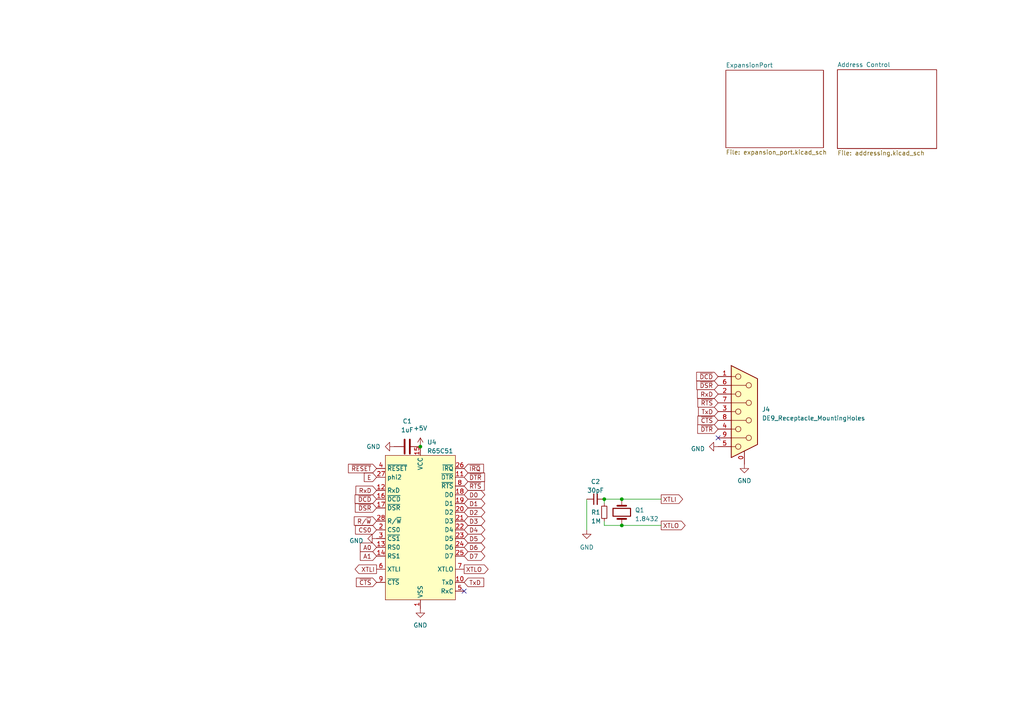
<source format=kicad_sch>
(kicad_sch (version 20230121) (generator eeschema)
  (paper "A4")
  (lib_symbols
    (symbol "Connector:DE9_Receptacle_MountingHoles" (pin_names (offset 1.016) hide)
      (property "Reference" "J" (at 0 16.51 0))
      (property "Value" "DE9_Receptacle_MountingHoles" (at 0 14.605 0))
      (symbol "DE9_Receptacle_MountingHoles_0_1"
        (circle (center -1.778 -10.16) (radius 0.762))
        (circle (center -1.778 -5.08) (radius 0.762))
        (circle (center -1.778 0) (radius 0.762))
        (circle (center -1.778 5.08) (radius 0.762))
        (circle (center -1.778 10.16) (radius 0.762))
        (polyline (pts (xy -3.81 -10.16) (xy -2.54 -10.16)))
        (polyline (pts (xy -3.81 -7.62) (xy 0.508 -7.62)))
        (polyline (pts (xy -3.81 -5.08) (xy -2.54 -5.08)))
        (polyline (pts (xy -3.81 -2.54) (xy 0.508 -2.54)))
        (polyline (pts (xy -3.81 0) (xy -2.54 0)))
        (polyline (pts (xy -3.81 2.54) (xy 0.508 2.54)))
        (polyline (pts (xy -3.81 5.08) (xy -2.54 5.08)))
        (polyline (pts (xy -3.81 7.62) (xy 0.508 7.62)))
        (polyline (pts (xy -3.81 10.16) (xy -2.54 10.16)))
        (polyline (pts (xy -3.81 13.335) (xy -3.81 -13.335) (xy 3.81 -9.525) (xy 3.81 9.525) (xy -3.81 13.335)) (stroke (width 0.254)) (fill (type background)))
        (circle (center 1.27 -7.62) (radius 0.762))
        (circle (center 1.27 -2.54) (radius 0.762))
        (circle (center 1.27 2.54) (radius 0.762))
        (circle (center 1.27 7.62) (radius 0.762))
      )
      (symbol "DE9_Receptacle_MountingHoles_1_1"
        (pin passive line (at 0 -15.24 90) (length 3.81) (name "PAD") (number "0"))
        (pin passive line (at -7.62 10.16 0) (length 3.81) (name "1") (number "1"))
        (pin passive line (at -7.62 5.08 0) (length 3.81) (name "2") (number "2"))
        (pin passive line (at -7.62 0 0) (length 3.81) (name "3") (number "3"))
        (pin passive line (at -7.62 -5.08 0) (length 3.81) (name "4") (number "4"))
        (pin passive line (at -7.62 -10.16 0) (length 3.81) (name "5") (number "5"))
        (pin passive line (at -7.62 7.62 0) (length 3.81) (name "6") (number "6"))
        (pin passive line (at -7.62 2.54 0) (length 3.81) (name "7") (number "7"))
        (pin passive line (at -7.62 -2.54 0) (length 3.81) (name "8") (number "8"))
        (pin passive line (at -7.62 -7.62 0) (length 3.81) (name "9") (number "9"))
      )
    )
    (symbol "Device:C" (pin_numbers hide) (pin_names (offset 0.254))
      (property "Reference" "C" (at 0.635 2.54 0))
      (property "Value" "C" (at 0.635 -2.54 0))
      (symbol "C_0_1"
        (polyline (pts (xy -2.032 -0.762) (xy 2.032 -0.762)) (stroke (width 0.508)))
        (polyline (pts (xy -2.032 0.762) (xy 2.032 0.762)) (stroke (width 0.508)))
      )
      (symbol "C_1_1"
        (pin passive line (at 0 3.81 270) (length 2.794) (name "~") (number "1"))
        (pin passive line (at 0 -3.81 90) (length 2.794) (name "~") (number "2"))
      )
    )
    (symbol "Device:C_Small" (pin_numbers hide) (pin_names (offset 0.254) hide)
      (property "Reference" "C" (at 0.254 1.778 0))
      (property "Value" "C_Small" (at 0.254 -2.032 0))
      (symbol "C_Small_0_1"
        (polyline (pts (xy -1.524 -0.508) (xy 1.524 -0.508)) (stroke (width 0.3302)))
        (polyline (pts (xy -1.524 0.508) (xy 1.524 0.508)) (stroke (width 0.3048)))
      )
      (symbol "C_Small_1_1"
        (pin passive line (at 0 2.54 270) (length 2.032) (name "~") (number "1"))
        (pin passive line (at 0 -2.54 90) (length 2.032) (name "~") (number "2"))
      )
    )
    (symbol "Device:Crystal" (pin_numbers hide) (pin_names (offset 1.016) hide)
      (property "Reference" "Y" (at 0 3.81 0))
      (property "Value" "Crystal" (at 0 -3.81 0))
      (symbol "Crystal_0_1"
        (rectangle (start -1.143 2.54) (end 1.143 -2.54) (stroke (width 0.3048)))
        (polyline (pts (xy -2.54 0) (xy -1.905 0)))
        (polyline (pts (xy -1.905 -1.27) (xy -1.905 1.27)) (stroke (width 0.508)))
        (polyline (pts (xy 1.905 -1.27) (xy 1.905 1.27)) (stroke (width 0.508)))
        (polyline (pts (xy 2.54 0) (xy 1.905 0)))
      )
      (symbol "Crystal_1_1"
        (pin passive line (at -3.81 0 0) (length 1.27) (name "1") (number "1"))
        (pin passive line (at 3.81 0 180) (length 1.27) (name "2") (number "2"))
      )
    )
    (symbol "Device:R_Small" (pin_numbers hide) (pin_names (offset 0.254) hide)
      (property "Reference" "R" (at 0.762 0.508 0))
      (property "Value" "R_Small" (at 0.762 -1.016 0))
      (symbol "R_Small_0_1"
        (rectangle (start -0.762 1.778) (end 0.762 -1.778) (stroke (width 0.2032)))
      )
      (symbol "R_Small_1_1"
        (pin passive line (at 0 2.54 270) (length 0.762) (name "~") (number "1"))
        (pin passive line (at 0 -2.54 90) (length 0.762) (name "~") (number "2"))
      )
    )
    (symbol "Motorola PIA:R65C51"
      (property "Reference" "U" (at 0 -5.08 0))
      (property "Value" "R65C51" (at 0 -7.62 0))
      (symbol "R65C51_0_1"
        (rectangle (start -10.16 21.59) (end 10.16 -20.32) (fill (type background)))
      )
      (symbol "R65C51_1_1"
        (pin power_in line (at 0 -22.86 90) (length 2.54) (name "VSS") (number "1"))
        (pin output line (at 12.7 -15.24 180) (length 2.54) (name "TxD") (number "10"))
        (pin output line (at 12.7 15.24 180) (length 2.54) (name "~{DTR}") (number "11"))
        (pin input line (at -12.7 11.43 0) (length 2.54) (name "RxD") (number "12"))
        (pin input line (at -12.7 -5.08 0) (length 2.54) (name "RS0") (number "13"))
        (pin input line (at -12.7 -7.62 0) (length 2.54) (name "RS1") (number "14"))
        (pin power_in line (at 0 24.13 270) (length 2.54) (name "VCC") (number "15"))
        (pin input line (at -12.7 8.89 0) (length 2.54) (name "~{DCD}") (number "16"))
        (pin input line (at -12.7 6.35 0) (length 2.54) (name "~{DSR}") (number "17"))
        (pin bidirectional line (at 12.7 10.16 180) (length 2.54) (name "D0") (number "18"))
        (pin bidirectional line (at 12.7 7.62 180) (length 2.54) (name "D1") (number "19"))
        (pin input line (at -12.7 0 0) (length 2.54) (name "CS0") (number "2"))
        (pin bidirectional line (at 12.7 5.08 180) (length 2.54) (name "D2") (number "20"))
        (pin bidirectional line (at 12.7 2.54 180) (length 2.54) (name "D3") (number "21"))
        (pin bidirectional line (at 12.7 0 180) (length 2.54) (name "D4") (number "22"))
        (pin bidirectional line (at 12.7 -2.54 180) (length 2.54) (name "D5") (number "23"))
        (pin bidirectional line (at 12.7 -5.08 180) (length 2.54) (name "D6") (number "24"))
        (pin bidirectional line (at 12.7 -7.62 180) (length 2.54) (name "D7") (number "25"))
        (pin output line (at 12.7 17.78 180) (length 2.54) (name "~{IRQ}") (number "26"))
        (pin input line (at -12.7 15.24 0) (length 2.54) (name "phi2") (number "27"))
        (pin input line (at -12.7 2.54 0) (length 2.54) (name "R/~{W}") (number "28"))
        (pin input line (at -12.7 -2.54 0) (length 2.54) (name "~{CS1}") (number "3"))
        (pin input line (at -12.7 17.78 0) (length 2.54) (name "~{RESET}") (number "4"))
        (pin bidirectional line (at 12.7 -17.78 180) (length 2.54) (name "RxC") (number "5"))
        (pin input line (at -12.7 -11.43 0) (length 2.54) (name "XTLI") (number "6"))
        (pin output line (at 12.7 -11.43 180) (length 2.54) (name "XTLO") (number "7"))
        (pin output line (at 12.7 12.7 180) (length 2.54) (name "~{RTS}") (number "8"))
        (pin input line (at -12.7 -15.24 0) (length 2.54) (name "~{CTS}") (number "9"))
      )
    )
    (symbol "power:+5V" (power) (pin_names (offset 0))
      (property "Value" "+5V" (at 0 3.556 0))
      (symbol "+5V_0_1"
        (polyline (pts (xy -0.762 1.27) (xy 0 2.54)))
        (polyline (pts (xy 0 0) (xy 0 2.54)))
        (polyline (pts (xy 0 2.54) (xy 0.762 1.27)))
      )
      (symbol "+5V_1_1"
        (pin power_in line (at 0 0 90) (length 0) hide (name "+5V") (number "1"))
      )
    )
    (symbol "power:GND" (power) (pin_names (offset 0))
      (property "Value" "GND" (at 0 -3.81 0))
      (symbol "GND_0_1"
        (polyline (pts (xy 0 0) (xy 0 -1.27) (xy 1.27 -1.27) (xy 0 -2.54) (xy -1.27 -1.27) (xy 0 -1.27)))
      )
      (symbol "GND_1_1"
        (pin power_in line (at 0 0 270) (length 0) hide (name "GND") (number "1"))
      )
    )
  )
  (junction (at 121.92 129.54))
  (junction (at 180.34 144.78))
  (junction (at 175.26 144.78))
  (junction (at 180.34 152.4))
  (no_connect (at 134.62 171.45))
  (no_connect (at 208.28 127))
  (wire (pts (xy 175.26 152.4) (xy 180.34 152.4)))
  (wire (pts (xy 191.77 144.78) (xy 180.34 144.78)))
  (wire (pts (xy 175.26 151.13) (xy 175.26 152.4)))
  (wire (pts (xy 191.77 152.4) (xy 180.34 152.4)))
  (wire (pts (xy 170.18 144.78) (xy 170.18 153.67)))
  (wire (pts (xy 175.26 144.78) (xy 175.26 146.05)))
  (wire (pts (xy 175.26 144.78) (xy 180.34 144.78)))
  (global_label "D1" (shape bidirectional) (at 134.62 146.05 0) (property "Intersheetrefs" "${INTERSHEET_REFS}" (effects hide)))
  (global_label "XTLI" (shape output) (at 109.22 165.1 180) (property "Intersheetrefs" "${INTERSHEET_REFS}" (effects hide)))
  (global_label "~{DCD}" (shape input) (at 208.28 109.22 180) (property "Intersheetrefs" "${INTERSHEET_REFS}" (effects hide)))
  (global_label "D4" (shape bidirectional) (at 134.62 153.67 0) (property "Intersheetrefs" "${INTERSHEET_REFS}" (effects hide)))
  (global_label "D6" (shape bidirectional) (at 134.62 158.75 0) (property "Intersheetrefs" "${INTERSHEET_REFS}" (effects hide)))
  (global_label "~{DSR}" (shape input) (at 208.28 111.76 180) (property "Intersheetrefs" "${INTERSHEET_REFS}" (effects hide)))
  (global_label "A0" (shape input) (at 109.22 158.75 180) (property "Intersheetrefs" "${INTERSHEET_REFS}" (effects hide)))
  (global_label "D3" (shape bidirectional) (at 134.62 151.13 0) (property "Intersheetrefs" "${INTERSHEET_REFS}" (effects hide)))
  (global_label "~{DTR}" (shape input) (at 134.62 138.43 0) (property "Intersheetrefs" "${INTERSHEET_REFS}" (effects hide)))
  (global_label "~{DTR}" (shape input) (at 208.28 124.46 180) (property "Intersheetrefs" "${INTERSHEET_REFS}" (effects hide)))
  (global_label "TxD" (shape input) (at 208.28 119.38 180) (property "Intersheetrefs" "${INTERSHEET_REFS}" (effects hide)))
  (global_label "TxD" (shape input) (at 134.62 168.91 0) (property "Intersheetrefs" "${INTERSHEET_REFS}" (effects hide)))
  (global_label "A1" (shape input) (at 109.22 161.29 180) (property "Intersheetrefs" "${INTERSHEET_REFS}" (effects hide)))
  (global_label "~{RTS}" (shape input) (at 208.28 116.84 180) (property "Intersheetrefs" "${INTERSHEET_REFS}" (effects hide)))
  (global_label "XTLI" (shape output) (at 191.77 144.78 0) (property "Intersheetrefs" "${INTERSHEET_REFS}" (effects hide)))
  (global_label "~{RTS}" (shape input) (at 134.62 140.97 0) (property "Intersheetrefs" "${INTERSHEET_REFS}" (effects hide)))
  (global_label "E" (shape input) (at 109.22 138.43 180) (property "Intersheetrefs" "${INTERSHEET_REFS}" (effects hide)))
  (global_label "CS0" (shape input) (at 109.22 153.67 180) (property "Intersheetrefs" "${INTERSHEET_REFS}" (effects hide)))
  (global_label "~{DCD}" (shape input) (at 109.22 144.78 180) (property "Intersheetrefs" "${INTERSHEET_REFS}" (effects hide)))
  (global_label "D0" (shape bidirectional) (at 134.62 143.51 0) (property "Intersheetrefs" "${INTERSHEET_REFS}" (effects hide)))
  (global_label "~{IRQ}" (shape input) (at 134.62 135.89 0) (property "Intersheetrefs" "${INTERSHEET_REFS}" (effects hide)))
  (global_label "~{RESET}" (shape input) (at 109.22 135.89 180) (property "Intersheetrefs" "${INTERSHEET_REFS}" (effects hide)))
  (global_label "D5" (shape bidirectional) (at 134.62 156.21 0) (property "Intersheetrefs" "${INTERSHEET_REFS}" (effects hide)))
  (global_label "~{DSR}" (shape input) (at 109.22 147.32 180) (property "Intersheetrefs" "${INTERSHEET_REFS}" (effects hide)))
  (global_label "RxD" (shape input) (at 208.28 114.3 180) (property "Intersheetrefs" "${INTERSHEET_REFS}" (effects hide)))
  (global_label "~{CTS}" (shape input) (at 208.28 121.92 180) (property "Intersheetrefs" "${INTERSHEET_REFS}" (effects hide)))
  (global_label "RxD" (shape input) (at 109.22 142.24 180) (property "Intersheetrefs" "${INTERSHEET_REFS}" (effects hide)))
  (global_label "R{slash}~{W}" (shape input) (at 109.22 151.13 180) (property "Intersheetrefs" "${INTERSHEET_REFS}" (effects hide)))
  (global_label "XTLO" (shape output) (at 191.77 152.4 0) (property "Intersheetrefs" "${INTERSHEET_REFS}" (effects hide)))
  (global_label "D2" (shape bidirectional) (at 134.62 148.59 0) (property "Intersheetrefs" "${INTERSHEET_REFS}" (effects hide)))
  (global_label "XTLO" (shape output) (at 134.62 165.1 0) (property "Intersheetrefs" "${INTERSHEET_REFS}" (effects hide)))
  (global_label "D7" (shape bidirectional) (at 134.62 161.29 0) (property "Intersheetrefs" "${INTERSHEET_REFS}" (effects hide)))
  (global_label "~{CTS}" (shape input) (at 109.22 168.91 180) (property "Intersheetrefs" "${INTERSHEET_REFS}" (effects hide)))
  (symbol (lib_id "Connector:DE9_Receptacle_MountingHoles") (at 215.9 119.38 0) (unit 1)
    (property "Reference" "J4" (at 220.98 118.745 0) (effects (justify left)))
    (property "Value" "DE9_Receptacle_MountingHoles" (at 220.98 121.285 0) (effects (justify left)))
    (property "Footprint" "Connector_Dsub:DSUB-9_Female_Vertical_P2.77x2.84mm_MountingHoles" (effects hide))
    (property "Datasheet" " ~" (effects hide))
  )
  (symbol (lib_id "power:GND") (at 215.9 134.62 0) (unit 1)
    (property "Reference" "#PWR022" (effects hide))
    (property "Value" "GND" (at 215.9 139.446 0))
  )
  (symbol (lib_id "Device:R_Small") (at 175.26 148.59 180) (unit 1)
    (property "Reference" "R1" (at 171.45 148.59 0) (effects (justify right)))
    (property "Value" "1M" (at 171.45 151.13 0) (effects (justify right)))
    (property "Footprint" "Resistor_SMD:R_0805_2012Metric_Pad1.20x1.40mm_HandSolder" (effects hide))
  )
  (symbol (lib_id "power:+5V") (at 121.92 129.54 0) (unit 1)
    (property "Reference" "#PWR019" (effects hide))
    (property "Value" "+5V" (at 121.92 124.206 0))
  )
  (symbol (lib_id "power:GND") (at 208.28 129.54 270) (unit 1)
    (property "Reference" "#PWR013" (effects hide))
    (property "Value" "GND" (at 204.47 130.175 90) (effects (justify right)))
  )
  (symbol (lib_id "Device:C") (at 118.11 129.54 270) (unit 1)
    (property "Reference" "C1" (at 118.11 122.174 90))
    (property "Value" "1uF" (at 118.11 124.714 90))
    (property "Footprint" "Capacitor_SMD:C_0805_2012Metric_Pad1.18x1.45mm_HandSolder" (effects hide))
  )
  (symbol (lib_id "power:GND") (at 114.3 129.54 270) (unit 1)
    (property "Reference" "#PWR018" (effects hide))
    (property "Value" "GND" (at 110.363 129.5399 90) (effects (justify right)))
  )
  (symbol (lib_id "power:GND") (at 121.92 176.53 0) (unit 1)
    (property "Reference" "#PWR020" (effects hide))
    (property "Value" "GND" (at 121.92 181.356 0))
  )
  (symbol (lib_id "power:GND") (at 170.18 153.67 0) (unit 1)
    (property "Reference" "#PWR010" (effects hide))
    (property "Value" "GND" (at 170.18 158.75 0))
  )
  (symbol (lib_id "power:GND") (at 109.22 156.21 270) (unit 1)
    (property "Reference" "#PWR014" (effects hide))
    (property "Value" "GND" (at 105.41 156.845 90) (effects (justify right)))
  )
  (symbol (lib_id "Motorola PIA:R65C51") (at 121.92 153.67 0) (unit 1)
    (property "Reference" "U4" (at 123.8759 128.27 0) (effects (justify left)))
    (property "Value" "R65C51" (at 123.8759 130.81 0) (effects (justify left)))
    (property "Footprint" "Package_LCC:PLCC-28_THT-Socket" (effects hide))
  )
  (symbol (lib_id "Device:Crystal") (at 180.34 148.59 270) (unit 1)
    (property "Reference" "Q1" (at 184.15 147.955 90) (effects (justify left)))
    (property "Value" "1.8432" (at 184.15 150.495 90) (effects (justify left)))
    (property "Footprint" "Crystal:Crystal_HC18-U_Horizontal" (effects hide))
  )
  (symbol (lib_id "Device:C_Small") (at 172.72 144.78 90) (unit 1)
    (property "Reference" "C2" (at 172.7263 139.7 90))
    (property "Value" "30pF" (at 172.7263 142.24 90))
    (property "Footprint" "Capacitor_SMD:C_0805_2012Metric_Pad1.18x1.45mm_HandSolder" (effects hide))
  )
  (sheet (at 242.8748 20.2184) (size 28.8036 22.86) (stroke (width 0.1524))
    (property "Sheetname" "Address Control" (at 242.8748 19.5068 0) (effects (justify left bottom)))
    (property "Sheetfile" "addressing.kicad_sch" (at 242.8748 43.663 0) (effects (justify left top)))
  )
  (sheet (at 210.5152 20.3708) (size 28.321 22.479) (stroke (width 0.1524))
    (property "Sheetname" "ExpansionPort" (at 210.5152 19.6592 0) (effects (justify left bottom)))
    (property "Sheetfile" "expansion_port.kicad_sch" (at 210.5152 43.4344 0) (effects (justify left top)))
  )
)
</source>
